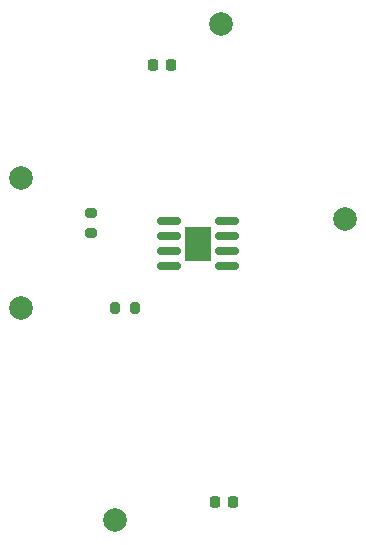
<source format=gbr>
%TF.GenerationSoftware,KiCad,Pcbnew,8.0.4*%
%TF.CreationDate,2024-08-13T18:30:55-04:00*%
%TF.ProjectId,op amp circuit,6f702061-6d70-4206-9369-72637569742e,rev?*%
%TF.SameCoordinates,Original*%
%TF.FileFunction,Soldermask,Top*%
%TF.FilePolarity,Negative*%
%FSLAX46Y46*%
G04 Gerber Fmt 4.6, Leading zero omitted, Abs format (unit mm)*
G04 Created by KiCad (PCBNEW 8.0.4) date 2024-08-13 18:30:55*
%MOMM*%
%LPD*%
G01*
G04 APERTURE LIST*
G04 Aperture macros list*
%AMRoundRect*
0 Rectangle with rounded corners*
0 $1 Rounding radius*
0 $2 $3 $4 $5 $6 $7 $8 $9 X,Y pos of 4 corners*
0 Add a 4 corners polygon primitive as box body*
4,1,4,$2,$3,$4,$5,$6,$7,$8,$9,$2,$3,0*
0 Add four circle primitives for the rounded corners*
1,1,$1+$1,$2,$3*
1,1,$1+$1,$4,$5*
1,1,$1+$1,$6,$7*
1,1,$1+$1,$8,$9*
0 Add four rect primitives between the rounded corners*
20,1,$1+$1,$2,$3,$4,$5,0*
20,1,$1+$1,$4,$5,$6,$7,0*
20,1,$1+$1,$6,$7,$8,$9,0*
20,1,$1+$1,$8,$9,$2,$3,0*%
G04 Aperture macros list end*
%ADD10RoundRect,0.200000X0.275000X-0.200000X0.275000X0.200000X-0.275000X0.200000X-0.275000X-0.200000X0*%
%ADD11C,2.000000*%
%ADD12RoundRect,0.225000X-0.225000X-0.250000X0.225000X-0.250000X0.225000X0.250000X-0.225000X0.250000X0*%
%ADD13RoundRect,0.150000X-0.825000X-0.150000X0.825000X-0.150000X0.825000X0.150000X-0.825000X0.150000X0*%
%ADD14R,2.290000X3.000000*%
%ADD15RoundRect,0.200000X-0.200000X-0.275000X0.200000X-0.275000X0.200000X0.275000X-0.200000X0.275000X0*%
%ADD16RoundRect,0.225000X0.225000X0.250000X-0.225000X0.250000X-0.225000X-0.250000X0.225000X-0.250000X0*%
G04 APERTURE END LIST*
D10*
%TO.C,R1*%
X116500000Y-121150000D03*
X116500000Y-119500000D03*
%TD*%
D11*
%TO.C,TP1*%
X127500000Y-103500000D03*
%TD*%
D12*
%TO.C,C2*%
X126950000Y-144000000D03*
X128500000Y-144000000D03*
%TD*%
D13*
%TO.C,U1*%
X123050000Y-120190000D03*
X123050000Y-121460000D03*
X123050000Y-122730000D03*
X123050000Y-124000000D03*
X128000000Y-124000000D03*
X128000000Y-122730000D03*
X128000000Y-121460000D03*
X128000000Y-120190000D03*
D14*
X125525000Y-122095000D03*
%TD*%
D11*
%TO.C,TP5*%
X138000000Y-120000000D03*
%TD*%
D15*
%TO.C,R2*%
X118500000Y-127500000D03*
X120150000Y-127500000D03*
%TD*%
D11*
%TO.C,TP2*%
X118500000Y-145500000D03*
%TD*%
%TO.C,TP4*%
X110500000Y-116500000D03*
%TD*%
D16*
%TO.C,C1*%
X123275000Y-107000000D03*
X121725000Y-107000000D03*
%TD*%
D11*
%TO.C,TP3*%
X110500000Y-127500000D03*
%TD*%
M02*

</source>
